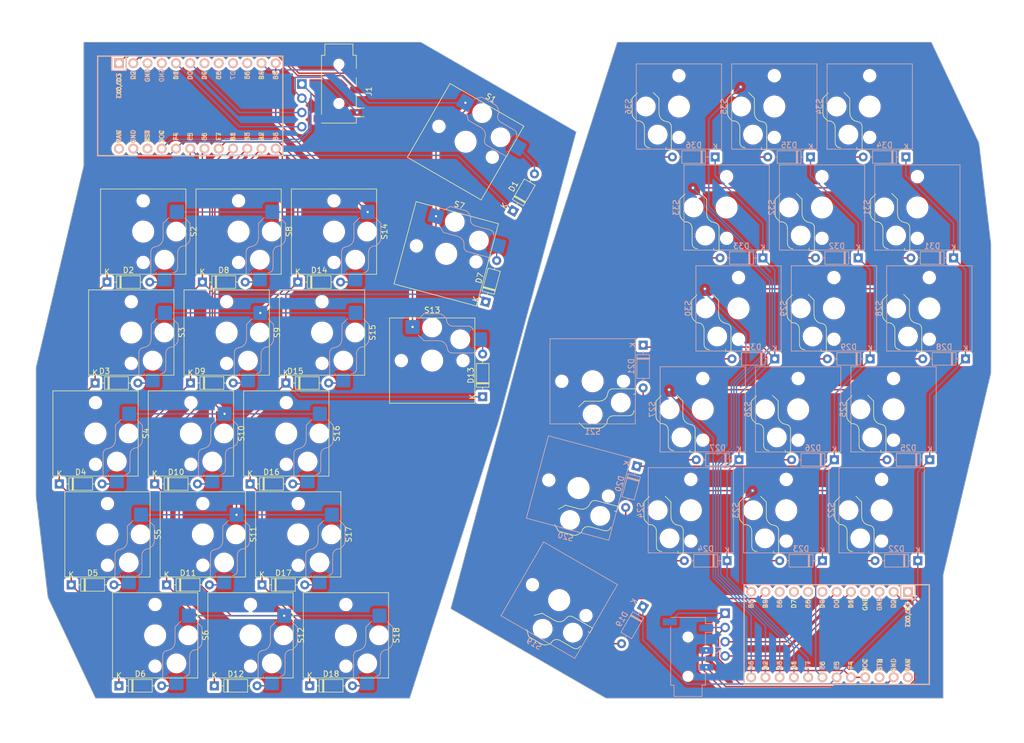
<source format=kicad_pcb>
(kicad_pcb (version 20221018) (generator pcbnew)
  (layers (0 "F.Cu" signal) (31 "B.Cu" signal) (34 "B.Paste" user) (35 "F.Paste" user) (36 "B.SilkS" user "B.Silkscreen") (37 "F.SilkS" user "F.Silkscreen") (38 "B.Mask" user) (39 "F.Mask" user) (44 "Edge.Cuts" user))
  (net 0 "")
  (net 1 "Row_0")
  (net 2 "Net-(D1-A)")
  (net 3 "Net-(D2-A)")
  (net 4 "Net-(D3-A)")
  (net 5 "Net-(D4-A)")
  (net 6 "Net-(D5-A)")
  (net 7 "Net-(D6-A)")
  (net 8 "Row_1")
  (net 9 "Net-(D7-A)")
  (net 10 "Net-(D8-A)")
  (net 11 "Net-(D9-A)")
  (net 12 "Net-(D10-A)")
  (net 13 "Net-(D11-A)")
  (net 14 "Net-(D12-A)")
  (net 15 "Row_2")
  (net 16 "Net-(D13-A)")
  (net 17 "Net-(D14-A)")
  (net 18 "Net-(D15-A)")
  (net 19 "Net-(D16-A)")
  (net 20 "Net-(D17-A)")
  (net 21 "Net-(D18-A)")
  (net 22 "Row_3")
  (net 23 "Col_0")
  (net 24 "Col_1")
  (net 25 "Col_2")
  (net 26 "Col_3")
  (net 27 "Col_4")
  (net 28 "Col_5")
  (net 29 "Net-(U1-RX1{slash}PD2)")
  (net 30 "Net-(U1-TX0{slash}PD3)")
  (net 32 "Net-(U2-RX1{slash}PD2)")
  (net 34 "Net-(D19-A)")
  (net 35 "Row_4")
  (net 36 "Net-(D20-A)")
  (net 37 "VCC_L")
  (net 40 "Row_5")
  (net 41 "Net-(D21-A)")
  (net 42 "Net-(D22-A)")
  (net 43 "Net-(D23-A)")
  (net 44 "Net-(D24-A)")
  (net 45 "Net-(D25-A)")
  (net 46 "Net-(D26-A)")
  (net 47 "Net-(D27-A)")
  (net 48 "Net-(D28-A)")
  (net 49 "Net-(D29-A)")
  (net 50 "Net-(D30-A)")
  (net 51 "Net-(D31-A)")
  (net 52 "Net-(D32-A)")
  (net 53 "Net-(D33-A)")
  (net 54 "Net-(D34-A)")
  (net 55 "Net-(D35-A)")
  (net 56 "Net-(D36-A)")
  (net 57 "GND_L")
  (net 58 "GND_R")
  (net 59 "Col_6")
  (net 60 "Col_7")
  (net 61 "Col_8")
  (net 62 "Col_9")
  (net 63 "Col_10")
  (net 64 "Col_11")
  (net 65 "Net-(J3-SCL)")
  (net 66 "Ind_R")
  (net 68 "Net-(J4-SCL)")
  (net 79 "Net-(J3-SDA)")
  (net 80 "Net-(J4-SDA)")
  (net 81 "Net-(U2-TX0{slash}PD3)")
  (footprint "ScottoKeebs_Components:Diode_DO-35" (layer "F.Cu") (at 107.19031 91.254052 90)
    (fp_text reference "D13")
    (fp_text value "Diode")
  )
  (footprint "ScottoKeebs_Components:Diode_DO-35" (layer "F.Cu") (at 31.740311 106.80405)
    (fp_text reference "D4")
    (fp_text value "Diode")
  )
  (footprint "Connector_Audio:Jack_3.5mm_PJ320D_Horizontal" (layer "F.Cu") (at 81.56531 36.725818 -90)
    (fp_text reference "J1")
    (fp_text value "AudioJack4")
  )
  (footprint "ScottoKeebs_Hotswap:Hotswap_Choc_V1_1.00u" (layer "F.Cu") (at 40.315311 115.80405 -90)
    (fp_text reference "S5")
    (fp_text value "Keyswitch")
  )
  (footprint "ScottoKeebs_Components:Diode_DO-35" (layer "F.Cu") (at 107.720889 74.323903 75)
    (fp_text reference "D7")
    (fp_text value "Diode")
  )
  (footprint "ScottoKeebs_Hotswap:Hotswap_Choc_V1_1.50u" (layer "F.Cu") (at 104.148891 45.772096 -30)
    (fp_text reference "S1")
    (fp_text value "Keyswitch")
  )
  (footprint "ScottoKeebs_Components:Diode_DO-35" (layer "F.Cu") (at 67.86531 124.804051)
    (fp_text reference "D17")
    (fp_text value "Diode")
  )
  (footprint "ScottoKeebs_Hotswap:Hotswap_Choc_V1_1.00u" (layer "F.Cu") (at 72.190311 97.80405 -90)
    (fp_text reference "S16")
    (fp_text value "Keyswitch")
  )
  (footprint "ScottoKeebs_Components:Diode_DO-35" (layer "F.Cu") (at 55.11531 88.80405)
    (fp_text reference "D9")
    (fp_text value "Diode")
  )
  (footprint "ScottoKeebs_Hotswap:Hotswap_Choc_V1_1.00u" (layer "F.Cu") (at 65.815311 133.804051 -90)
    (fp_text reference "S12")
    (fp_text value "Keyswitch")
  )
  (footprint "ScottoKeebs_Hotswap:Hotswap_Choc_V1_1.00u" (layer "F.Cu") (at 74.315311 115.80405 -90)
    (fp_text reference "S17")
    (fp_text value "Keyswitch")
  )
  (footprint "ScottoKeebs_Components:Diode_DO-35" (layer "F.Cu") (at 38.11531 88.804051)
    (fp_text reference "D3")
    (fp_text value "Diode")
  )
  (footprint "ScottoKeebs_Components:Diode_DO-35" (layer "F.Cu") (at 112.615234 58.107961 60)
    (fp_text reference "D1")
    (fp_text value "Diode")
  )
  (footprint "ScottoKeebs_Components:Diode_DO-35" (layer "F.Cu") (at 65.74031 106.80405)
    (fp_text reference "D16")
    (fp_text value "Diode")
  )
  (footprint "ScottoKeebs_Hotswap:Hotswap_Choc_V1_1.00u" (layer "F.Cu") (at 61.565311 79.804051 -90)
    (fp_text reference "S9")
    (fp_text value "Keyswitch")
  )
  (footprint "ScottoKeebs_Hotswap:Hotswap_Choc_V1_1.00u" (layer "F.Cu") (at 100.69694 65.76431 -15)
    (fp_text reference "S7")
    (fp_text value "Keyswitch")
  )
  (footprint "ScottoKeebs_Components:Diode_DO-35" (layer "F.Cu") (at 59.36531 142.80405)
    (fp_text reference "D12")
    (fp_text value "Diode")
  )
  (footprint "ScottoKeebs_Hotswap:Hotswap_Choc_V1_1.00u" (layer "F.Cu") (at 57.315311 115.80405 -90)
    (fp_text reference "S11")
    (fp_text value "Keyswitch")
  )
  (footprint "ScottoKeebs_MCU:Arduino_Pro_Micro" (layer "F.Cu") (at 169.012484 133.664051 -90)
    (fp_text reference "U2" hide)
    (fp_text value "Arduino_Pro_Micro" hide)
  )
  (footprint "ScottoKeebs_Components:Diode_DO-35" (layer "F.Cu") (at 76.36531 142.80405)
    (fp_text reference "D18")
    (fp_text value "Diode")
  )
  (footprint "ScottoKeebs_Hotswap:Hotswap_Choc_V1_1.00u" (layer "F.Cu") (at 44.565311 79.80405 -90)
    (fp_text reference "S3")
    (fp_text value "Keyswitch")
  )
  (footprint "ScottoKeebs_Hotswap:Hotswap_Choc_V1_1.00u" (layer "F.Cu") (at 80.690311 61.804051 -90)
    (fp_text reference "S14")
    (fp_text value "Keyswitch")
  )
  (footprint "ScottoKeebs_Components:OLED_128x32" (layer "F.Cu") (at 76.56531 45.275818 180)
    (fp_text reference "J3" hide)
    (fp_text value "OLED_128x32")
  )
  (footprint "ScottoKeebs_Components:Diode_DO-35" (layer "F.Cu") (at 57.24031 70.80405)
    (fp_text reference "D8")
    (fp_text value "Diode")
  )
  (footprint "ScottoKeebs_Components:Diode_DO-35" (layer "F.Cu") (at 50.86531 124.804051)
    (fp_text reference "D11")
    (fp_text value "Diode")
  )
  (footprint "ScottoKeebs_Components:Diode_DO-35" (layer "F.Cu") (at 48.740311 106.80405)
    (fp_text reference "D10")
    (fp_text value "Diode")
  )
  (footprint "ScottoKeebs_Components:Diode_DO-35" (layer "F.Cu") (at 72.11531 88.80405)
    (fp_text reference "D15")
    (fp_text value "Diode")
  )
  (footprint "ScottoKeebs_Hotswap:Hotswap_Choc_V1_1.00u" (layer "F.Cu") (at 98.190311 84.804051)
    (fp_text reference "S13")
    (fp_text value "Keyswitch")
  )
  (footprint "ScottoKeebs_Hotswap:Hotswap_Choc_V1_1.00u" (layer "F.Cu") (at 63.690311 61.804051 -90)
    (fp_text reference "S8")
    (fp_text value "Keyswitch")
  )
  (footprint "ScottoKeebs_Components:Diode_DO-35" (layer "F.Cu") (at 42.36531 142.804051)
    (fp_text reference "D6")
    (fp_text value "Diode")
  )
  (footprint "ScottoKeebs_Hotswap:Hotswap_Choc_V1_1.00u" (layer "F.Cu") (at 82.815311 133.804051 -90)
    (fp_text reference "S18")
    (fp_text value "Keyswitch")
  )
  (footprint "ScottoKeebs_Hotswap:Hotswap_Choc_V1_1.00u" (layer "F.Cu") (at 55.190311 97.80405 -90)
    (fp_text reference "S10")
    (fp_text value "Keyswitch")
  )
  (footprint "ScottoKeebs_Hotswap:Hotswap_Choc_V1_1.00u" (layer "F.Cu") (at 48.81531 133.804051 -90)
    (fp_text reference "S6")
    (fp_text value "Keyswitch")
  )
  (footprint "ScottoKeebs_Hotswap:Hotswap_Choc_V1_1.00u" (layer "F.Cu") (at 38.190311 97.80405 -90)
    (fp_text reference "S4")
    (fp_text value "Keyswitch")
  )
  (footprint "ScottoKeebs_Components:Diode_DO-35" (layer "F.Cu") (at 74.24031 70.80405)
    (fp_text reference "D14")
    (fp_text value "Diode")
  )
  (footprint "ScottoKeebs_Hotswap:Hotswap_Choc_V1_1.00u" (layer "F.Cu") (at 46.69031 61.804051 -90)
    (fp_text reference "S2")
    (fp_text value "Keyswitch")
  )
  (footprint "ScottoKeebs_Components:Diode_DO-35" (layer "F.Cu") (at 40.24031 70.804051)
    (fp_text reference "D2")
    (fp_text value "Diode")
  )
  (footprint "ScottoKeebs_Components:Diode_DO-35" (layer "F.Cu") (at 33.86531 124.804051)
    (fp_text reference "D5")
    (fp_text value "Diode")
  )
  (footprint "ScottoKeebs_Hotswap:Hotswap_Choc_V1_1.00u" (layer "F.Cu") (at 78.565311 79.804051 -90)
    (fp_text reference "S15")
    (fp_text value "Keyswitch")
  )
  (footprint "ScottoKeebs_Hotswap:Hotswap_Choc_V1_1.00u" (layer "B.Cu") (at 169.792484 75.495817 -90)
    (fp_text reference "S29")
    (fp_text value "Keyswitch")
  )
  (footprint "ScottoKeebs_Components:Diode_DO-35" (layer "B.Cu") (at 152.867484 102.495817 180)
    (fp_text reference "D27")
    (fp_text value "Diode")
  )
  (footprint "Connector_Audio:Jack_3.5mm_PJ320D_Horizontal" (layer "B.Cu") (at 143.792484 136.324051 90)
    (fp_text reference "J2")
    (fp_text value "AudioJack4")
  )
  (footprint "ScottoKeebs_Components:Diode_DO-35" (layer "B.Cu") (at 182.617484 48.495817 180)
    (fp_text reference "D34")
    (fp_text value "Diode")
  )
  (footprint "ScottoKeebs_Hotswap:Hotswap_Choc_V1_1.00u" (layer "B.Cu") (at 150.667484 57.495817 -90)
    (fp_text reference "S33")
    (fp_text value "Keyswitch")
  )
  (footprint "ScottoKeebs_Components:Diode_DO-35" (layer "B.Cu") (at 148.617484 48.495817 180)
    (fp_text reference "D36")
    (fp_text value "Diode")
  )
  (footprint "ScottoKeebs_Components:Diode_DO-35" (layer "B.Cu") (at 150.742484 120.495817 180)
    (fp_text reference "D24")
    (fp_text value "Diode")
  )
  (footprint "ScottoKeebs_Hotswap:Hotswap_Choc_V1_1.00u" (layer "B.Cu") (at 167.667484 57.495817 -90)
    (fp_text reference "S32")
    (fp_text value "Keyswitch")
  )
  (footprint "ScottoKeebs_Hotswap:Hotswap_Choc_V1_1.00u" (layer "B.Cu") (at 152.792484 75.495817 -90)
    (fp_text reference "S30")
    (fp_text value "Keyswitch")
  )
  (footprint "ScottoKeebs_Hotswap:Hotswap_Choc_V1_1.00u" (layer "B.Cu") (at 124.285855 107.535558 -15)
    (fp_text reference "S20")
    (fp_text value "Keyswitch")
  )
  (footprint "ScottoKeebs_Components:OLED_128x32" (layer "B.Cu") (at 148.792484 139.664051)
    (fp_text reference "J4" hide)
    (fp_text value "OLED_128x32")
  )
  (footprint "ScottoKeebs_Hotswap:Hotswap_Choc_V1_1.00u" (layer "B.Cu") (at 184.667484 57.495817 -90)
    (fp_text reference "S31")
    (fp_text value "Keyswitch")
  )
  (footprint "ScottoKeebs_Components:Diode_DO-35" (layer "B.Cu") (at 135.750248 128.691907 -120)
    (fp_text reference "D19")
    (fp_text value "Diode")
  )
  (footprint "ScottoKeebs_Hotswap:Hotswap_Choc_V1_1.00u" (layer "B.Cu") (at 176.167484 39.495817 -90)
    (fp_text reference "S34")
    (fp_text value "Keyswitch")
  )
  (footprint "ScottoKeebs_MCU:Arduino_Pro_Micro" (layer "B.Cu") (at 56.34531 39.385817 -90)
    (fp_text reference "U1" hide)
    (fp_text value "Arduino_Pro_Micro" hide)
  )
  (footprint "ScottoKeebs_Components:Diode_DO-35" (layer "B.Cu") (at 159.242484 84.495817 180)
    (fp_text reference "D30")
    (fp_text value "Diode")
  )
  (footprint "ScottoKeebs_Hotswap:Hotswap_Choc_V1_1.00u" (layer "B.Cu") (at 144.292484 111.495817 -90)
    (fp_text reference "S24")
    (fp_text value "Keyswitch")
  )
  (footprint "ScottoKeebs_Components:Diode_DO-35" (layer "B.Cu") (at 165.617484 48.495817 180)
    (fp_text reference "D35")
    (fp_text value "Diode")
  )
  (footprint "ScottoKeebs_Hotswap:Hotswap_Choc_V1_1.00u" (layer "B.Cu") (at 163.417484 93.495817 -90)
    (fp_text reference "S26")
    (fp_text value "Keyswitch")
  )
  (footprint "ScottoKeebs_Hotswap:Hotswap_Choc_V1_1.00u" (layer "B.Cu") (at 180.417484 93.495817 -90)
    (fp_text reference "S25")
    (fp_text value "Keyswitch")
  )
  (footprint "ScottoKeebs_Components:Diode_DO-35" (layer "B.Cu") (at 174.117484 66.495817 180)
    (fp_text reference "D32")
    (fp_text value "Diode")
  )
  (footprint "ScottoKeebs_Hotswap:Hotswap_Choc_V1_1.00u" (layer "B.Cu") (at 126.792484 88.495817)
    (fp_text reference "S21")
    (fp_text value "Keyswitch")
  )
  (footprint "ScottoKeebs_Components:Diode_DO-35" (layer "B.Cu") (at 157.117484 66.495817 180)
    (fp_text reference "D33")
    (fp_text value "Diode")
  )
  (footprint "ScottoKeebs_Components:Diode_DO-35" (layer "B.Cu") (at 184.742484 120.495817 180)
    (fp_text reference "D22")
    (fp_text value "Diode")
  )
  (footprint "ScottoKeebs_Components:Diode_DO-35" (layer "B.Cu") (at 193.242484 84.495817 180)
    (fp_text reference "D28")
    (fp_text value "Diode")
  )
  (footprint "ScottoKeebs_Components:Diode_DO-35" (layer "B.Cu") (at 191.117484 66.495817 180)
    (fp_text reference "D31")
    (fp_text value "Diode")
  )
  (footprint "ScottoKeebs_Hotswap:Hotswap_Choc_V1_1.00u" (layer "B.Cu") (at 159.167484 39.495817 -90)
    (fp_text reference "S35")
    (fp_text value "Keyswitch")
  )
  (footprint "ScottoKeebs_Components:Diode_DO-35" (layer "B.Cu") (at 135.792484 82.045817 -90)
    (fp_text reference "D21")
    (fp_text value "Diode")
  )
  (footprint "ScottoKeebs_Hotswap:Hotswap_Choc_V1_1.00u" (layer "B.Cu") (at 161.292484 111.495817 -90)
    (fp_text reference "S23")
    (fp_text value "Keyswitch")
  )
  (footprint "ScottoKeebs_Hotswap:Hotswap_Choc_V1_1.00u" (layer "B.Cu") (at 142.167484 39.495817 -90)
    (fp_text reference "S36")
    (fp_text value "Keyswitch")
  )
  (footprint "ScottoKeebs_Hotswap:Hotswap_Choc_V1_1.50u" (layer "B.Cu") (at 120.833904 127.527772 -30)
    (fp_text reference "S19")
    (fp_text value "Keyswitch")
  )
  (footprint "ScottoKeebs_Hotswap:Hotswap_Choc_V1_1.00u" (layer "B.Cu") (at 186.792484 75.495817 -90)
    (fp_text reference "S28")
    (fp_text value "Keyswitch")
  )
  (footprint "ScottoKeebs_Hotswap:Hotswap_Choc_V1_1.00u" (layer "B.Cu") (at 178.292484 111.495817 -90)
    (fp_text reference "S22")
    (fp_text value "Keyswitch")
  )
  (footprint "ScottoKeebs_Components:Diode_DO-35" (layer "B.Cu") (at 134.64857 103.634708 -105)
    (fp_text reference "D20")
    (fp_text value "Diode")
  )
  (footprint "ScottoKeebs_Components:Diode_DO-35" (layer "B.Cu") (at 186.867484 102.495817 180)
    (fp_text reference "D25")
    (fp_text value "Diode")
  )
  (footprint "ScottoKeebs_Components:Diode_DO-35" (layer "B.Cu") (at 176.242484 84.495817 180)
    (fp_text reference "D29")
    (fp_text value "Diode")
  )
  (footprint "ScottoKeebs_Hotswap:Hotswap_Choc_V1_1.00u" (layer "B.Cu") (at 146.417484 93.495817 -90)
    (fp_text reference "S27")
    (fp_text value "Keyswitch")
  )
  (footprint "ScottoKeebs_Components:Diode_DO-35" (layer "B.Cu") (at 169.867484 102.495817 180)
    (fp_text reference "D26")
    (fp_text value "Diode")
  )
  (footprint "ScottoKeebs_Components:Diode_DO-35" (layer "B.Cu") (at 167.742484 120.495817 180)
    (fp_text reference "D23")
    (fp_text value "Diode")
  )
  (gr_line (start 131.167483 27.995817) (end 115.292484 77.495817) (stroke (width 0.1)) (layer "Edge.Cuts"))
  (gr_line (start 187.167484 27.995817) (end 195.667484 45.995817) (stroke (width 0.1)) (layer "Edge.Cuts"))
  (gr_line (start 94.190311 145.054051) (end 110.06531 95.554051) (stroke (width 0.1)) (layer "Edge.Cuts"))
  (gr_line (start 115.292484 77.495817) (end 101.477498 129.054051) (stroke (width 0.1)) (layer "Edge.Cuts"))
  (gr_line (start 110.06531 95.554051) (end 123.880296 43.995817) (stroke (width 0.1)) (layer "Edge.Cuts"))
  (gr_line (start 189.292484 145.054051) (end 129.190311 145.054051) (stroke (width 0.1)) (layer "Edge.Cuts"))
  (gr_line (start 197.792483 63.995818) (end 197.792483 86.995818) (stroke (width 0.1)) (layer "Edge.Cuts"))
  (gr_line (start 101.477498 129.054051) (end 129.190311 145.054051) (stroke (width 0.1)) (layer "Edge.Cuts"))
  (gr_line (start 131.167483 27.995817) (end 187.167484 27.995817) (stroke (width 0.1)) (layer "Edge.Cuts"))
  (gr_line (start 27.565311 86.05405) (end 36.06531 50.054051) (stroke (width 0.1)) (layer "Edge.Cuts"))
  (gr_line (start 36.06531 27.995817) (end 96.167483 27.995817) (stroke (width 0.1)) (layer "Edge.Cuts"))
  (gr_line (start 197.792483 86.995818) (end 189.292484 122.995817) (stroke (width 0.1)) (layer "Edge.Cuts"))
  (gr_line (start 189.292484 122.995817) (end 189.292484 145.054051) (stroke (width 0.1)) (layer "Edge.Cuts"))
  (gr_line (start 27.565311 109.05405) (end 27.565311 86.05405) (stroke (width 0.1)) (layer "Edge.Cuts"))
  (gr_line (start 29.69031 127.054051) (end 27.565311 109.05405) (stroke (width 0.1)) (layer "Edge.Cuts"))
  (gr_line (start 94.190311 145.054051) (end 38.19031 145.054051) (stroke (width 0.1)) (layer "Edge.Cuts"))
  (gr_line (start 195.667484 45.995817) (end 197.792483 63.995818) (stroke (width 0.1)) (layer "Edge.Cuts"))
  (gr_line (start 36.06531 50.054051) (end 36.06531 27.995817) (stroke (width 0.1)) (layer "Edge.Cuts"))
  (gr_line (start 123.880296 43.995817) (end 96.167483 27.995817) (stroke (width 0.1)) (layer "Edge.Cuts"))
  (gr_line (start 38.19031 145.054051) (end 29.69031 127.054051) (stroke (width 0.1)) (layer "Edge.Cuts"))
  (segment (start 42.36531 133.304051) (end 33.86531 124.804051) (width 0.25) (layer "F.Cu") (net 1))
  (segment (start 38.11531 72.929051) (end 40.24031 70.804051) (width 0.25) (layer "F.Cu") (net 1))
  (segment (start 55.07531 50.449203) (end 55.07531 47.005817) (width 0.25) (layer "F.Cu") (net 1))
  (segment (start 40.24031 65.284203) (end 55.07531 50.449203) (width 0.25) (layer "F.Cu") (net 1))
  (segment (start 33.86531 108.929049) (end 31.740311 106.80405) (width 0.25) (layer "F.Cu") (net 1))
  (segment (start 31.740311 106.80405) (end 31.740311 95.17905) (width 0.25) (layer "F.Cu") (net 1))
  (segment (start 38.11531 88.804051) (end 38.11531 72.929051) (width 0.25) (layer "F.Cu") (net 1))
  (segment (start 40.24031 70.804051) (end 40.24031 65.284203) (width 0.25) (layer "F.Cu") (net 1))
  (segment (start 42.36531 142.804051) (end 42.36531 133.304051) (width 0.25) (layer "F.Cu") (net 1))
  (segment (start 33.86531 124.804051) (end 33.86531 108.929049) (width 0.25) (layer "F.Cu") (net 1))
  (segment (start 31.740311 95.17905) (end 38.11531 88.804051) (width 0.25) (layer "F.Cu") (net 1))
  (segment (start 56.27661 48.207117) (end 55.07531 47.005817) (width 0.25) (layer "B.Cu") (net 1))
  (segment (start 102.71439 48.207117) (end 56.27661 48.207117) (width 0.25) (layer "B.Cu") (net 1))
  (segment (start 112.615234 58.107961) (end 102.71439 48.207117) (width 0.25) (layer "B.Cu") (net 1))
  (segment (start 116.425234 49.746326) (end 113.410107 46.731199) (width 0.25) (layer "B.Cu") (net 2))
  (segment (start 116.425234 51.508847) (end 116.425234 49.746326) (width 0.25) (layer "B.Cu") (net 2))
  (segment (start 47.86031 70.804051) (end 49.99031 70.804051) (width 0.25) (layer "B.Cu") (net 3))
  (segment (start 49.99031 70.804051) (end 50.49031 70.304051) (width 0.25) (layer "B.Cu") (net 3))
  (segment (start 45.73531 88.804051) (end 47.86531 88.804051) (width 0.25) (layer "B.Cu") (net 4))
  (segment (start 47.86531 88.804051) (end 48.365311 88.30405) (width 0.25) (layer "B.Cu") (net 4))
  (segment (start 41.990311 106.30405) (end 41.490311 106.80405) (width 0.25) (layer "B.Cu") (net 5))
  (segment (start 41.490311 106.80405) (end 39.360311 106.80405) (width 0.25) (layer "B.Cu") (net 5))
  (segment (start 43.61531 124.804051) (end 44.115311 124.30405) (width 0.25) (layer "B.Cu") (net 6))
  (segment (start 41.48531 124.804051) (end 43.61531 124.804051) (width 0.25) (layer "B.Cu") (net 6))
  (segment (start 49.98531 142.804051) (end 52.11531 142.804051) (width 0.25) (layer "B.Cu") (net 7))
  (segment (start 52.11531 142.804051) (end 52.61531 142.304051) (width 0.25) (layer "B.Cu") (net 7))
  (segment (start 59.36531 142.80405) (end 59.36531 133.304051) (width 0.25) (layer "F.Cu") (net 8))
  (segment (start 50.86531 108.929049) (end 48.740311 106.80405) (width 0.25) (layer "F.Cu") (net 8))
  (segment (start 55.11531 88.80405) (end 55.11531 72.92905) (width 0.25) (layer "F.Cu") (net 8))
  (segment (start 48.740311 95.179049) (end 55.11531 88.80405) (width 0.25) (layer "F.Cu") (net 8))
  (segment (start 55.11531 72.92905) (end 57.24031 70.80405) (width 0.25) (layer "F.Cu") (net 8))
  (segment (start 48.740311 106.80405) (end 48.740311 95.179049) (width 0.25) (layer "F.Cu") (net 8))
  (segment (start 50.86531 124.804051) (end 50.86531 108.929049) (width 0.25) (layer "F.Cu") (net 8))
  (segment (start 59.36531 133.304051) (end 50.86531 124.804051) (width 0.25) (layer "F.Cu") (net 8))
  (segment (start 57.24031 70.80405) (end 57.24031 47.380817) (width 0.25) (layer "F.Cu") (net 8))
  (segment (start 57.24031 47.380817) (end 57.61531 47.005817) (width 0.25) (layer "F.Cu") (net 8))
  (segment (start 59.415311 72.979051) (end 57.24031 70.80405) (width 0.25) (layer "B.Cu") (net 8))
  (segment (start 106.376037 72.979051) (end 59.415311 72.979051) (width 0.25) (layer "B.Cu") (net 8))
  (segment (start 107.720889 74.323903) (end 106.376037 72.979051) (width 0.25) (layer "B.Cu") (net 8))
  (segment (start 109.69309 66.963548) (end 109.69309 64.491486) (width 0.25) (layer "B.Cu") (net 9))
  (segment (start 109.69309 64.491486) (end 109.890822 64.293754) (width 0.25) (layer "B.Cu") (net 9))
  (segment (start 64.86031 70.80405) (end 66.990312 70.80405) (width 0.25) (layer "B.Cu") (net 10))
  (segment (start 66.990312 70.80405) (end 67.490311 70.304051) (width 0.25) (layer "B.Cu") (net 10))
  (segment (start 64.865312 88.80405) (end 65.365311 88.304051) (width 0.25) (layer "B.Cu") (net 11))
  (segment (start 62.73531 88.80405) (end 64.865312 88.80405) (width 0.25) (layer "B.Cu") (net 11))
  (segment (start 58.490311 106.80405) (end 58.990311 106.30405) (width 0.25) (layer "B.Cu") (net 12))
  (segment (start 56.360311 106.80405) (end 58.490311 106.80405) (width 0.25) (layer "B.Cu") (net 12))
  (segment (start 60.61531 124.804051) (end 61.115311 124.30405) (width 0.25) (layer "B.Cu") (net 13))
  (segment (start 58.48531 124.804051) (end 60.61531 124.804051) (width 0.25) (layer "B.Cu") (net 13))
  (segment (start 69.115312 142.80405) (end 69.615311 142.304051) (width 0.25) (layer "B.Cu") (net 14))
  (segment (start 66.98531 142.80405) (end 69.115312 142.80405) (width 0.25) (layer "B.Cu") (net 14))
  (segment (start 65.74031 95.17905) (end 72.11531 88.80405) (width 0.25) (layer "F.Cu") (net 15))
  (segment (start 67.86531 108.92905) (end 65.74031 106.80405) (width 0.25) (layer "F.Cu") (net 15))
  (segment (start 72.11531 88.80405) (end 72.11531 72.92905) (width 0.25) (layer "F.Cu") (net 15))
  (segment (start 70.812905 45.804517) (end 61.35661 45.804517) (width 0.25) (layer "F.Cu") (net 15))
  (segment (start 61.35661 45.804517) (end 60.15531 47.005817) (width 0.25) (layer "F.Cu") (net 15))
  (segment (start 74.24031 49.231922) (end 70.812905 45.804517) (width 0.25) (layer "F.Cu") (net 15))
  (segment (start 65.74031 106.80405) (end 65.74031 95.17905) (width 0.25) (layer "F.Cu") (net 15))
  (segment (start 76.36531 133.304051) (end 67.86531 124.804051) (width 0.25) (layer "F.Cu") (net 15))
  (segment (start 76.36531 142.80405) (end 76.36531 133.304051) (width 0.25) (layer "F.Cu") (net 15))
  (segment (start 72.11531 72.92905) (end 74.24031 70.80405) (width 0.25) (layer "F.Cu") (net 15))
  (segment (start 74.24031 70.80405) (end 74.24031 49.231922) (width 0.25) (layer "F.Cu") (net 15))
  (segment (start 67.86531 124.804051) (end 67.86531 108.92905) (width 0.25) (layer "F.Cu") (net 15))
  (segment (start 107.19031 91.254052) (end 74.565312 91.254052) (width 0.25) (layer "B.Cu") (net 15))
  (segment (start 74.565312 91.254052) (end 72.11531 88.80405) (width 0.25) (layer "B.Cu") (net 15))
  (segment (start 107.19031 81.50405) (end 106.690311 81.004051) (width 0.25) (layer "B.Cu") (net 16))
  (segment (start 107.19031 83.634052) (end 107.19031 81.50405) (width 0.25) (layer "B.Cu") (net 16))
  (segment (start 81.86031 70.80405) (end 83.990312 70.80405) (width 0.25) (layer "B.Cu") (net 17))
  (segment (start 83.990312 70.80405) (end 84.490311 70.304051) (width 0.25) (layer "B.Cu") (net 17))
  (segment (start 81.865312 88.80405) (end 82.365311 88.304051) (width 0.25) (layer "B.Cu") (net 18))
  (segment (start 79.73531 88.80405) (end 81.865312 88.80405) (width 0.25) (layer "B.Cu") (net 18))
  (segment (start 75.490311 106.80405) (end 75.990311 106.30405) (width 0.25) (layer "B.Cu") (net 19))
  (segment (start 73.36031 106.80405) (end 75.490311 106.80405) (width 0.25) (layer "B.Cu") (net 19))
  (segment (start 75.48531 124.804051) (end 77.61531 124.804051) (width 0.25) (layer "B.Cu") (net 20))
  (segment (start 77.61531 124.804051) (end 78.115311 124.30405) (width 0.25) (layer "B.Cu") (net 20))
  (segment (start 86.115312 142.80405) (end 86.615311 142.304051) (width 0.25) (layer "B.Cu") (net 21))
  (segment (start 83.98531 142.80405) (end 86.115312 142.80405) (width 0.25) (layer "B.Cu") (net 21))
  (segment (start 186.867484 90.870817) (end 193.242484 84.495817) (width 0.25) (layer "B.Cu") (net 22))
  (segment (start 186.867484 102.495817) (end 186.867484 90.870817) (width 0.25) (layer "B.Cu") (net 22))
  (segment (start 169.081184 142.485351) (end 170.282484 141.284051) (width 0.25) (layer "B.Cu") (net 22))
  (segment (start 182.617484 51.81965) (end 182.617484 48.495817) (width 0.25) (layer "B.Cu") (net 22))
  (segment (start 191.117484 66.495817) (end 191.117484 60.31965) (width 0.25) (layer "B.Cu") (net 22))
  (segment (start 184.742484 120.495817) (end 184.742484 126.824051) (width 0.25) (layer "B.Cu") (net 22))
  (segment (start 143.587794 142.485351) (end 169.081184 142.485351) (width 0.25) (layer "B.Cu") (net 22))
  (segment (start 191.117484 60.31965) (end 182.617484 51.81965) (width 0.25) (layer "B.Cu") (net 22))
  (segment (start 184.742484 104.620817) (end 186.867484 102.495817) (width 0.25) (layer "B.Cu") (net 22))
  (segment (start 184.742484 126.824051) (end 170.282484 141.284051) (width 0.25) (layer "B.Cu") (net 22))
  (segment (start 184.742484 120.495817) (end 184.742484 104.620817) (width 0.25) (layer "B.Cu") (net 22))
  (segment (start 193.242484 68.620817) (end 191.117484 66.495817) (width 0.25) (layer "B.Cu") (net 22))
  (segment (start 193.242484 84.495817) (end 193.242484 68.620817) (width 0.25) (layer "B.Cu") (net 22))
  (segment (start 135.750248 134.647805) (end 143.587794 142.485351) (width 0.25) (layer "B.Cu") (net 22))
  (segment (start 135.750248 128.691907) (end 135.750248 134.647805) (width 0.25) (layer "B.Cu") (net 22))
  (segment (start 98.869114 62.729872) (end 94.690311 66.908675) (width 0.25) (layer "F.Cu") (net 23))
  (segment (start 104.117802 38.825944) (end 104.117802 40.163878) (width 0.25) (layer "F.Cu") (net 23))
  (segment (start 94.690311 66.908675) (end 94.690311 78.804051) (width 0.25) (layer "F.Cu") (net 23))
  (segment (start 98.869114 45.412566) (end 98.869114 59.062888) (width 0.25) (layer "F.Cu") (net 23))
  (segment (start 98.869114 59.062888) (end 98.869114 62.729872) (width 0.25) (layer "F.Cu") (net 23))
  (segment (start 104.117802 40.163878) (end 98.869114 45.412566) (width 0.25) (layer "F.Cu") (net 23))
  (via (at 94.690311 78.804051) (size 0.8) (drill 0.4) (layers "F.Cu" "B.Cu") (net 23))
  (via (at 104.117802 38.825944) (size 0.8) (drill 0.4) (layers "F.Cu" "B.Cu") (net 23))
  (via (at 98.869114 59.062888) (size 0.8) (drill 0.4) (layers "F.Cu" "B.Cu") (net 23))
  (segment (start 86.849446 38.825944) (end 80.990619 32.967117) (width 0.25) (layer "B.Cu") (net 23))
  (segment (start 68.97661 32.967117) (end 67.77531 31.765817) (width 0.25) (layer "B.Cu") (net 23))
  (segment (start 104.117802 38.825944) (end 86.849446 38.825944) (width 0.25) (layer "B.Cu") (net 23))
  (segment (start 80.990619 32.967117) (end 68.97661 32.967117) (width 0.25) (layer "B.Cu") (net 23))
  (segment (start 70.31531 41.92905) (end 86.690311 58.304051) (width 0.25) (layer "F.Cu") (net 24))
  (segment (start 70.31531 31.765817) (end 70.31531 41.92905) (width 0.25) (layer "F.Cu") (net 24))
  (via (at 86.690311 58.304051) (size 0.8) (drill 0.4) (layers "F.Cu" "B.Cu") (net 24))
  (segment (start 52.69031 58.304051) (end 69.690311 58.304051) (width 0.25) (layer "B.Cu") (net 24))
  (segment (start 69.690311 58.304051) (end 86.690311 58.304051) (width 0.25) (layer "B.Cu") (net 24))
  (segment (start 71.490311 48.180818) (end 71.490311 72.379051) (width 0.25) (layer "F.Cu") (net 25))
  (segment (start 70.31531 47.005817) (end 71.490311 48.180818) (width 0.25) (layer "F.Cu") (net 25))
  (segment (start 71.490311 72.379051) (end 67.565311 76.304051) (width 0.25) (layer "F.Cu") (net 25))
  (via (at 67.565311 76.304051) (size 0.8) (drill 0.4) (layers "F.Cu" "B.Cu") (net 25))
  (segment (start 50.565311 76.30405) (end 67.56531 76.30405) (width 0.25) (layer "B.Cu") (net 25))
  (segment (start 67.56531 76.30405) (end 67.565311 76.304051) (width 0.25) (layer "B.Cu") (net 25))
  (segment (start 67.565311 76.304051) (end 84.565311 76.304051) (width 0.25) (layer "B.Cu") (net 25))
  (segment (start 67.77531 47.005817) (end 59.465311 55.315816) (width 0.25) (layer "F.Cu") (net 26))
  (segment (start 59.465311 55.315816) (end 59.465311 92.57905) (width 0.25) (layer "F.Cu") (net 26))
  (segment (start 59.465311 92.57905) (end 61.190311 94.30405) (width 0.25) (layer "F.Cu") (net 26))
  (via (at 61.190311 94.30405) (size 0.8) (drill 0.4) (layers "F.Cu" "B.Cu") (net 26))
  (segment (start 44.190311 94.30405) (end 61.190311 94.30405) (width 0.25) (layer "B.Cu") (net 26))
  (segment (start 78.190311 94.30405) (end 61.190311 94.30405) (width 0.25) (layer "B.Cu") (net 26))
  (segment (start 65.23531 47.005817) (end 59.015311 53.225816) (width 0.25) (layer "F.Cu") (net 27))
  (segment (start 59.015311 100.142044) (end 63.315311 104.442044) (width 0.25) (layer "F.Cu") (net 27))
  (segment (start 63.315311 104.442044) (end 63.315311 112.30405) (width 0.25) (layer "F.Cu") (net 27))
  (segment (start 59.015311 53.225816) (end 59.015311 100.142044) (width 0.25) (layer "F.Cu") (net 27))
  (via (at 63.315311 112.30405) (size 0.8) (drill 0.4) (layers "F.Cu" "B.Cu") (net 27))
  (segment (start 80.315311 112.30405) (end 63.315311 112.30405) (width 0.25) (layer "B.Cu") (net 27))
  (segment (start 63.315311 112.30405) (end 46.315311 112.30405) (width 0.25) (layer "B.Cu") (net 27))
  (segment (start 53.090311 96.277883) (end 53.090311 121.000043) (width 0.25) (layer "F.Cu") (net 28))
  (segment (start 62.394319 130.304051) (end 71.815311 130.304051) (width 0.25) (layer "F.Cu") (net 28))
  (segment (start 62.69531 47.005817) (end 61.49401 48.207117) (width 0.25) (layer "F.Cu") (net 28))
  (segment (start 58.565311 90.802883) (end 53.090311 96.277883) (width 0.25) (layer "F.Cu") (net 28))
  (segment (start 58.565311 50.294711) (end 58.565311 90.802883) (width 0.25) (layer "F.Cu") (net 28))
  (segment (start 53.090311 121.000043) (end 62.394319 130.304051) (width 0.25) (layer "F.Cu") (net 28))
  (segment (start 60.652905 48.207117) (end 58.565311 50.294711) (width 0.25) (layer "F.Cu") (net 28))
  (segment (start 61.49401 48.207117) (end 60.652905 48.207117) (width 0.25) (layer "F.Cu") (net 28))
  (via (at 71.815311 130.304051) (size 0.8) (drill 0.4) (layers "F.Cu" "B.Cu") (net 28))
  (segment (start 71.815311 130.304051) (end 54.81531 130.304051) (width 0.25) (layer "B.Cu") (net 28))
  (segment (start 88.815311 130.304051) (end 71.815311 130.304051) (width 0.25) (layer "B.Cu") (net 28))
  (segment (start 46.16531 30.515817) (end 44.91531 31.765817) (width 0.25) (layer "F.Cu") (net 29))
  (segment (start 82.26531 34.000818) (end 74.249206 34.000818) (width 0.25) (layer "F.Cu") (net 29))
  (segment (start 74.249206 34.000818) (end 70.764205 30.515817) (width 0.25) (layer "F.Cu") (net 29))
  (segment (start 84.81531 36.550818) (end 82.26531 34.000818) (width 0.25) (layer "F.Cu") (net 29))
  (segment (start 70.764205 30.515817) (end 46.16531 30.515817) (width 0.25) (layer "F.Cu") (net 29))
  (segment (start 70.950601 30.065817) (end 44.07531 30.065817) (width 0.25) (layer "F.Cu") (net 30))
  (segment (start 74.435602 33.550818) (end 70.950601 30.065817) (width 0.25) (layer "F.Cu") (net 30))
  (segment (start 84.81531 33.550818) (end 85.160309 33.895817) (width 0.25) (layer "F.Cu") (net 30))
  (segment (start 84.81531 33.550818) (end 74.435602 33.550818) (width 0.25) (layer "F.Cu") (net 30))
  (segment (start 44.07531 30.065817) (end 42.37531 31.765817) (width 0.25) (layer "F.Cu") (net 30))
  (segment (start 183.030079 142.935351) (end 184.183784 141.781646) (width 0.25) (layer "F.Cu") (net 32))
  (segment (start 147.042484 139.499051) (end 150.478784 142.935351) (width 0.25) (layer "F.Cu") (net 32))
  (segment (start 150.478784 142.935351) (end 183.030079 142.935351) (width 0.25) (layer "F.Cu") (net 32))
  (segment (start 184.183784 141.781646) (end 184.183784 129.785351) (width 0.25) (layer "F.Cu") (net 32))
  (segment (start 184.183784 129.785351) (end 180.442484 126.044051) (width 0.25) (layer "F.Cu") (net 32))
  (via (at 147.042484 139.499051) (size 0.8) (drill 0.4) (layers "F.Cu" "B.Cu") (net 32))
  (segment (start 126.29512 135.068669) (end 126.517472 135.291021) (width 0.25) (layer "F.Cu") (net 34))
  (segment (start 126.517472 135.291021) (end 131.940248 135.291021) (width 0.25) (layer "F.Cu") (net 34))
  (segment (start 168.728593 103.634708) (end 169.867484 102.495817) (width 0.25) (layer "F.Cu") (net 35))
  (segment (start 134.64857 103.634708) (end 168.728593 103.634708) (width 0.25) (layer "F.Cu") (net 35))
  (segment (start 169.867484 90.870817) (end 176.242484 84.495817) (width 0.25) (layer "B.Cu") (net 35))
  (segment (start 167.742484 120.495817) (end 167.742484 104.620817) (width 0.25) (layer "B.Cu") (net 35))
  (segment (start 167.742484 120.495817) (end 166.541184 121.697117) (width 0.25) (layer "B.Cu") (net 35))
  (segment (start 167.742484 104.620817) (end 169.867484 102.495817) (width 0.25) (layer "B.Cu") (net 35))
  (segment (start 169.867484 102.495817) (end 169.867484 90.870817) (width 0.25) (layer "B.Cu") (net 35))
  (segment (start 166.541184 121.697117) (end 166.541184 140.082751) (width 0.25) (layer "B.Cu") (net 35))
  (segment (start 174.117484 66.495817) (end 174.117484 60.31965) (width 0.25) (layer "B.Cu") (net 35))
  (segment (start 166.541184 140.082751) (end 167.742484 141.284051) (width 0.25) (layer "B.Cu") (net 35))
  (segment (start 165.617484 51.81965) (end 165.617484 48.495817) (width 0.25) (layer "B.Cu") (net 35))
  (segment (start 176.242484 84.495817) (end 176.242484 68.620817) (width 0.25) (layer "B.Cu") (net 35))
  (segment (start 176.242484 68.620817) (end 174.117484 66.495817) (width 0.25) (layer "B.Cu") (net 35))
  (segment (start 174.117484 60.31965) (end 165.617484 51.81965) (width 0.25) (layer "B.Cu") (net 35))
  (segment (start 132.676369 112.242381) (end 131.512712 113.406038) (width 0.25) (layer "F.Cu") (net 36))
  (segment (start 132.676369 110.995063) (end 132.676369 112.242381) (width 0.25) (layer "F.Cu") (net 36))
  (via (at 84.81531 40.550818) (size 0.8) (drill 0.4) (layers "F.Cu" "B.Cu") (net 37))
  (segment (start 78.56531 34.300818) (end 84.81531 40.550818) (width 0.25) (layer "B.Cu") (net 37))
  (segment (start 51.64661 45.354517) (end 49.99531 47.005817) (width 0.25) (layer "B.Cu") (net 37))
  (segment (start 74.96531 38.015818) (end 73.79031 36.840818) (width 0.25) (layer "B.Cu") (net 37))
  (segment (start 74.96531 38.015818) (end 76.14031 39.190818) (width 0.25) (layer "B.Cu") (net 37))
  (segment (start 76.14031 43.582519) (end 74.368312 45.354517) (width 0.25) (layer "B.Cu") (net 37))
  (segment (start 73.79031 34.300818) (end 78.56531 34.300818) (width 0.25) (layer "B.Cu") (net 37))
  (segment (start 76.14031 39.190818) (end 76.14031 43.582519) (width 0.25) (layer "B.Cu") (net 37))
  (segment (start 73.79031 36.840818) (end 73.79031 34.300818) (width 0.25) (layer "B.Cu") (net 37))
  (segment (start 74.368312 45.354517) (end 51.64661 45.354517) (width 0.25) (layer "B.Cu") (net 37))
  (segment (start 136.142484 82.395817) (end 157.142484 82.395817) (width 0.25) (layer "F.Cu") (net 40))
  (segment (start 135.792484 82.045817) (end 136.142484 82.395817) (width 0.25) (layer "F.Cu") (net 40))
  (segment (start 157.142484 82.395817) (end 159.242484 84.495817) (width 0.25) (layer "F.Cu") (net 40))
  (segment (start 157.117484 60.31965) (end 148.617484 51.81965) (width 0.25) (layer "B.Cu") (net 40))
  (segment (start 150.742484 104.620817) (end 152.867484 102.495817) (width 0.25) (layer "B.Cu") (net 40))
  (segment (start 150.742484 120.495817) (end 150.742484 104.620817) (width 0.25) (layer "B.Cu") (net 40))
  (segment (start 165.202484 141.284051) (end 165.202484 137.902946) (width 0.25) (layer "B.Cu") (net 40))
  (segment (start 148.617484 51.81965) (end 148.617484 48.495817) (width 0.25) (layer "B.Cu") (net 40))
  (segment (start 159.242484 68.620817) (end 157.117484 66.495817) (width 0.25) (layer "B.Cu") (net 40))
  (segment (start 152.867484 90.870817) (end 159.242484 84.495817) (width 0.25) (layer "B.Cu") (net 40))
  (segment (start 165.202484 137.902946) (end 150.742484 123.442946) (width 0.25) (layer "B.Cu") (net 40))
  (segment (start 150.742484 123.442946) (end 150.742484 120.495817) (width 0.25) (layer "B.Cu") (net 40))
  (segment (start 159.242484 84.495817) (end 159.242484 68.620817) (width 0.25) (layer "B.Cu") (net 40))
  (segment (start 152.867484 102.495817) (end 152.867484 90.870817) (width 0.25) (layer "B.Cu") (net 40))
  (segment (start 157.117484 66.495817) (end 157.117484 60.31965) (width 0.25) (layer "B.Cu") (net 40))
  (segment (start 135.792484 89.665817) (end 135.792484 91.795817) (width 0.25) (layer "F.Cu") (net 41))
  (segment (start 135.792484 91.795817) (end 135.292484 92.295817) (width 0.25) (layer "F.Cu") (net 41))
  (segment (start 174.492484 119.995817) (end 174.992484 120.495817) (width 0.25) (layer "F.Cu") (net 42))
  (segment (start 174.992484 120.495817) (end 177.122484 120.495817) (width 0.25) (layer "F.Cu") (net 42))
  (segment (start 157.992484 120.495817) (end 160.122484 120.495817) (width 0.25) (layer "F.Cu") (net 43))
  (segment (start 157.492484 119.995817) (end 157.992484 120.495817) (width 0.25) (layer "F.Cu") (net 43))
  (segment (start 140.492484 119.995817) (end 140.992484 120.495817) (width 0.25) (layer "F.Cu") (net 44))
  (segment (start 140.992484 120.495817) (end 143.122484 120.495817) (width 0.25) (layer "F.Cu") (net 44))
  (segment (start 177.117484 102.495817) (end 179.247484 102.495817) (width 0.25) (layer "F.Cu") (net 45))
  (segment (start 176.617484 101.995817) (end 177.117484 102.495817) (width 0.25) (layer "F.Cu") (net 45))
  (segment (start 159.617484 101.995817) (end 160.117484 102.495817) (width 0.25) (layer "F.Cu") (net 46))
  (segment (start 160.117484 102.495817) (end 162.247484 102.495817) (width 0.25) (layer "F.Cu") (net 46))
  (segment (start 142.617484 101.995817) (end 143.117484 102.495817) (width 0.25) (layer "F.Cu") (net 47))
  (segment (start 143.117484 102.495817) (end 145.247484 102.495817) (width 0.25) (layer "F.Cu") (net 47))
  (segment (start 183.492484 84.495817) (end 185.622484 84.495817) (width 0.25) (layer "F.Cu") (net 48))
  (segment (start 182.992484 83.995817) (end 183.492484 84.495817) (width 0.25) (layer "F.Cu") (net 48))
  (segment (start 166.492484 84.495817) (end 168.622484 84.495817) (width 0.25) (layer "F.Cu") (net 49))
  (segment (start 165.992484 83.995817) (end 166.492484 84.495817) (width 0.25) (layer "F.Cu") (net 49))
  (segment (start 148.992484 83.995817) (end 149.492484 84.495817) (width 0.25) (layer "F.Cu") (net 50))
  (segment (start 149.492484 84.495817) (end 151.622484 84.495817) (width 0.25) (layer "F.Cu") (net 50))
  (segment (start 180.867484 65.995817) (end 181.367484 66.495817) (width 0.25) (layer "F.Cu") (net 51))
  (segment (start 181.367484 66.495817) (end 183.497484 66.495817) (width 0.25) (layer "F.Cu") (net 51))
  (segment (start 163.867484 65.995817) (end 164.367484 66.495817) (width 0.25) (layer "F.Cu") (net 52))
  (segment (start 164.367484 66.495817) (end 166.497484 66.495817) (width 0.25) (layer "F.Cu") (net 52))
  (segment (start 147.367484 66.495817) (end 149.497484 66.495817) (width 0.25) (layer "F.Cu") (net 53))
  (segment (start 146.867484 65.995817) (end 147.367484 66.495817) (width 0.25) (layer "F.Cu") (net 53))
  (segment (start 172.867484 48.495817) (end 174.997484 48.495817) (width 0.25) (layer "F.Cu") (net 54))
  (segment (start 172.367484 47.995817) (end 172.867484 48.495817) (width 0.25) (layer "F.Cu") (net 54))
  (segment (start 155.367484 47.995817) (end 155.867484 48.495817) (width 0.25) (layer "F.Cu") (net 55))
  (segment (start 155.867484 48.495817) (end 157.997484 48.495817) (width 0.25) (layer "F.Cu") (net 55))
  (segment (start 138.367484 47.995817) (end 138.867484 48.495817) (width 0.25) (layer "F.Cu") (net 56))
  (segment (start 138.867484 48.495817) (end 140.997484 48.495817) (width 0.25) (layer "F.Cu") (net 56))
  (segment (start 78.31531 38.825818) (end 74.96531 35.475818) (width 0.25) (layer "F.Cu") (net 57))
  (segment (start 78.31531 41.650818) (end 78.31531 38.825818) (width 0.25) (layer "F.Cu") (net 57))
  (segment (start 53.73661 45.804517) (end 52.53531 47.005817) (width 0.25) (layer "B.Cu") (net 57))
  (segment (start 74.96531 35.475818) (end 76.59031 37.100818) (width 0.25) (layer "B.Cu") (net 57))
  (segment (start 74.554708 45.804517) (end 53.73661 45.804517) (width 0.25) (layer "B.Cu") (net 57))
  (segment (start 44.91531 47.005817) (end 46.11661 48.207117) (width 0.25) (layer "B.Cu") (net 57))
  (segment (start 51.33401 48.207117) (end 52.53531 47.005817) (width 0.25) (layer "B.Cu") (net 57))
  (segment (start 76.59031 37.100818) (end 76.59031 43.768915) (width 0.25) (layer "B.Cu") (net 57))
  (segment (start 46.11661 48.207117) (end 51.33401 48.207117) (width 0.25) (layer "B.Cu") (net 57))
  (segment (start 76.59031 43.768915) (end 74.554708 45.804517) (width 0.25) (layer "B.Cu") (net 57))
  (segment (start 148.767484 138.169051) (end 153.083784 142.485351) (width 0.25) (layer "F.Cu") (net 58))
  (segment (start 148.767484 131.489051) (end 148.767484 138.169051) (width 0.25) (layer "F.Cu") (net 58))
  (segment (start 150.392484 129.864051) (end 148.767484 131.489051) (width 0.25) (layer "F.Cu") (net 58))
  (segment (start 179.241184 142.485351) (end 180.442484 141.284051) (width 0.25) (layer "F.Cu") (net 58))
  (segment (start 153.083784 142.485351) (end 179.241184 142.485351) (width 0.25) (layer "F.Cu") (net 58))
  (segment (start 142.077484 129.864051) (end 140.542484 131.399051) (width 0.25) (layer "B.Cu") (net 58))
  (segment (start 150.392484 129.864051) (end 142.077484 129.864051) (width 0.25) (layer "B.Cu") (net 58))
  (segment (start 119.3522 112.514903) (end 119.3522 112.425246) (width 0.25) (layer "F.Cu") (net 59))
  (segment (start 157.582484 126.044051) (end 156.381184 127.245351) (width 0.25) (layer "F.Cu") (net 59))
  (segment (start 118.733904 113.043542) (end 118.733904 127.042835) (width 0.25) (layer "F.Cu") (net 59))
  (segment (start 134.082648 127.245351) (end 119.3522 112.514903) (width 0.25) (layer "F.Cu") (net 59))
  (segment (start 122.185855 95.602446) (end 122.185855 109.591591) (width 0.25) (layer "F.Cu") (net 59))
  (segment (start 119.3522 112.425246) (end 118.733904 113.043542) (width 0.25) (layer "F.Cu") (net 59))
  (segment (start 122.185855 109.591591) (end 119.3522 112.425246) (width 0.25) (layer "F.Cu") (net 59))
  (segment (start 123.292484 94.495817) (end 122.185855 95.602446) (width 0.25) (layer "F.Cu") (net 59))
  (segment (start 156.381184 127.245351) (end 134.082648 127.245351) (width 0.25) (layer "F.Cu") (net 59))
  (segment (start 118.733904 127.042835) (end 114.802815 130.973924) (width 0.25) (layer "F.Cu") (net 59))
  (segment (start 172.292484 107.995817) (end 155.292484 107.995817) (width 0.25) (layer "F.Cu") (net 60))
  (segment (start 138.292484 107.995817) (end 155.292484 107.995817) (width 0.25) (layer "F.Cu") (net 60))
  (via (at 155.292484 107.995817) (size 0.8) (drill 0.4) (layers "F.Cu" "B.Cu") (net 60))
  (segment (start 153.492484 124.494051) (end 153.492484 109.795817) (width 0.25) (layer "B.Cu") (net 60))
  (segment (start 153.492484 109.795817) (end 155.292484 107.995817) (width 0.25) (layer "B.Cu") (net 60))
  (segment (start 155.042484 126.044051) (end 153.492484 124.494051) (width 0.25) (layer "B.Cu") (net 60))
  (segment (start 174.417484 89.995817) (end 157.417484 89.995817) (width 0.25) (layer "F.Cu") (net 61))
  (segment (start 157.417484 89.995817) (end 140.417484 89.995817) (width 0.25) (layer "F.Cu") (net 61))
  (via (at 140.417484 89.995817) (size 0.8) (drill 0.4) (layers "F.Cu" "B.Cu") (net 61))
  (segment (start 148.267484 98.558811) (end 140.417484 90.708811) (width 0.25) (layer "B.Cu") (net 61))
  (segment (start 140.417484 90.708811) (end 140.417484 89.995817) (width 0.25) (layer "B.Cu") (net 61))
  (segment (start 148.267484 123.51353) (end 148.267484 98.558811) (width 0.25) (layer "B.Cu") (net 61))
  (segment (start 155.042484 130.28853) (end 148.267484 123.51353) (width 0.25) (layer "B.Cu") (net 61))
  (segment (start 155.042484 141.284051) (end 155.042484 130.28853) (width 0.25) (layer "B.Cu") (net 61))
  (segment (start 163.792484 71.995817) (end 146.792484 71.995817) (width 0.25) (layer "F.Cu") (net 62))
  (segment (start 180.792484 71.995817) (end 163.792484 71.995817) (width 0.25) (layer "F.Cu") (net 62))
  (via (at 146.792484 71.995817) (size 0.8) (drill 0.4) (layers "F.Cu" "B.Cu") (net 62))
  (segment (start 157.582484 141.284051) (end 157.582484 132.192134) (width 0.25) (layer "B.Cu") (net 62))
  (segment (start 148.717484 123.327134) (end 148.717484 103.123025) (width 0.25) (layer "B.Cu") (net 62))
  (segment (start 154.117484 86.098025) (end 154.117484 80.033811) (width 0.25) (layer "B.Cu") (net 62))
  (segment (start 146.792484 72.708811) (end 146.792484 71.995817) (width 0.25) (layer "B.Cu") (net 62))
  (segment (start 148.717484 103.123025) (end 151.517484 100.323025) (width 0.25) (layer "B.Cu") (net 62))
  (segment (start 154.117484 80.033811) (end 146.792484 72.708811) (width 0.25) (layer "B.Cu") (net 62))
  (segment (start 157.582484 132.192134) (end 148.717484 123.327134) (width 0.25) (layer "B.Cu") (net 62))
  (segment (start 151.517484 100.323025) (end 151.517484 88.698025) (width 0.25) (layer "B.Cu") (net 62))
  (segment (start 151.517484 88.698025) (end 154.117484 86.098025) (width 0.25) (layer "B.Cu") (net 62))
  (segment (start 178.667484 53.995817) (end 161.667484 53.995817) (width 0.25) (layer "F.Cu") (net 63))
  (segment (start 161.667484 53.995817) (end 144.667484 53.995817) (width 0.25) (layer "F.Cu") (net 63))
  (via (at 144.667484 53.995817) (size 0.8) (drill 0.4) (layers "F.Cu" "B.Cu") (net 63))
  (segment (start 149.167484 103.309421) (end 151.967484 100.509421) (width 0.25) (layer "B.Cu") (net 63))
  (segment (start 146.667484 57.102061) (end 146.667484 55.995817) (width 0.25) (layer "B.Cu") (net 63))
  (segment (start 155.542484 65.977061) (end 146.667484 57.102061) (width 0.25) (layer "B.Cu") (net 63))
  (segment (start 146.667484 55.995817) (end 144.667484 53.995817) (width 0.25) (layer "B.Cu") (net 63))
  (segment (start 158.342484 70.607213) (end 155.542484 67.807213) (width 0.25) (layer "B.Cu") (net 63))
  (segment (start 160.122484 134.095738) (end 149.167484 123.140738) (width 0.25) (layer "B.Cu") (net 63))
  (segment (start 151.967484 100.509421) (end 151.967484 88.884421) (width 0.25) (layer "B.Cu") (net 63))
  (segment (start 155.542484 67.807213) (end 155.542484 65.977061) (width 0.25) (layer "B.Cu") (net 63))
  (segment (start 158.342484 82.509421) (end 158.342484 70.607213) (width 0.25) (layer "B.Cu") (net 63))
  (segment (start 160.122484 141.284051) (end 160.122484 134.095738) (width 0.25) (layer "B.Cu") (net 63))
  (segment (start 151.967484 88.884421) (end 158.342484 82.509421) (width 0.25) (layer "B.Cu") (net 63))
  (segment (start 149.167484 123.140738) (end 149.167484 103.309421) (width 0.25) (layer "B.Cu") (net 63))
  (segment (start 136.167484 35.995817) (end 153.167484 35.995817) (width 0.25) (layer "F.Cu") (net 64))
  (segment (start 170.167484 35.995817) (end 153.167484 35.995817) (width 0.25) (layer "F.Cu") (net 64))
  (via (at 153.167484 35.995817) (size 0.8) (drill 0.4) (layers "F.Cu" "B.Cu") (net 64))
  (segment (start 149.351677 59.149858) (end 147.492484 57.290665) (width 0.25) (layer "B.Cu") (net 64))
  (segment (start 147.492484 41.670817) (end 153.167484 35.995817) (width 0.25) (layer "B.Cu") (net 64))
  (segment (start 158.792484 70.420817) (end 155.992484 67.620817) (width 0.25) (layer "B.Cu") (net 64))
  (segment (start 158.792484 82.695817) (end 158.792484 70.420817) (width 0.25) (layer "B.Cu") (net 64))
  (segment (start 162.662484 141.284051) (end 162.662484 135.999342) (width 0.25) (layer "B.Cu") (net 64))
  (segment (start 149.363291 59.149858) (end 149.351677 59.149858) (width 0.25) (layer "B.Cu") (net 64))
  (segment (start 155.992484 67.620817) (end 155.992484 65.779051) (width 0.25) (layer "B.Cu") (net 64))
  (segment (start 147.492484 57.290665) (end 147.492484 41.670817) (width 0.25) (layer "B.Cu") (net 64))
  (segment (start 152.417484 89.070817) (end 158.792484 82.695817) (width 0.25) (layer "B.Cu") (net 64))
  (segment (start 162.662484 135.999342) (end 149.617484 122.954342) (width 0.25) (layer "B.Cu") (net 64))
  (segment (start 155.992484 65.779051) (end 149.363291 59.149858) (width 0.25) (layer "B.Cu") (net 64))
  (segment (start 149.617484 103.495817) (end 152.417484 100.695817) (width 0.25) (layer "B.Cu") (net 64))
  (segment (start 149.617484 122.954342) (end 149.617484 103.495817) (width 0.25) (layer "B.Cu") (net 64))
  (segment (start 152.417484 100.695817) (end 152.417484 89.070817) (width 0.25) (layer "B.Cu") (net 64))
  (segment (start 74.96531 40.555818) (end 63.865311 40.555818) (width 0.25) (layer "B.Cu") (net 65))
  (segment (start 63.865311 40.555818) (end 55.07531 31.765817) (width 0.25) (layer "B.Cu") (net 65))
  (segment (start 150.392484 132.404051) (end 149.217484 133.579051) (width 0.25) (layer "F.Cu") (net 66))
  (segment (start 149.217484 137.970752) (end 151.329483 140.082751) (width 0.25) (layer "F.Cu") (net 66))
  (segment (start 149.217484 133.579051) (end 149.217484 137.970752) (width 0.25) (layer "F.Cu") (net 66))
  (segment (start 172.822484 141.284051) (end 175.362484 141.284051) (width 0.25) (layer "F.Cu") (net 66))
  (segment (start 151.329483 140.082751) (end 171.621184 140.082751) (width 0.25) (layer "F.Cu") (net 66))
  (segment (start 171.621184 140.082751) (end 172.822484 141.284051) (width 0.25) (layer "F.Cu") (net 66))
  (segment (start 147.137484 132.404051) (end 147.042484 132.499051) (width 0.25) (layer "B.Cu") (net 66))
  (segment (start 147.042484 132.499051) (end 147.967484 132.499051) (width 0.25) (layer "B.Cu") (net 66))
  (segment (start 150.392484 132.404051) (end 147.137484 132.404051) (width 0.25) (layer "B.Cu") (net 66))
  (segment (start 161.382484 134.944051) (end 170.282484 126.044051) (width 0.25) (layer "F.Cu") (net 68))
  (segment (start 150.392484 134.944051) (end 161.382484 134.944051) (width 0.25) (layer "F.Cu") (net 68))
  (segment (start 74.96531 43.095818) (end 63.865311 43.095818) (width 0.25) (layer "B.Cu") (net 79))
  (segment (start 63.865311 43.095818) (end 52.53531 31.765817) (width 0.25) (layer "B.Cu") (net 79))
  (segment (start 150.392484 137.484051) (end 161.382484 137.484051) (width 0.25) (layer "F.Cu") (net 80))
  (segment (start 161.382484 137.484051) (end 172.822484 126.044051) (width 0.25) (layer "F.Cu") (net 80))
  (segment (start 149.898784 143.385351) (end 146.317484 139.804051) (width 0.25) (layer "F.Cu") (net 81))
  (segment (start 146.317484 139.804051) (end 146.317484 137.224051) (width 0.25) (layer "F.Cu") (net 81))
  (segment (start 183.216475 143.385351) (end 149.898784 143.385351) (width 0.25) (layer "F.Cu") (net 81))
  (segment (start 184.633784 141.968042) (end 183.216475 143.385351) (width 0.25) (layer "F.Cu") (net 81))
  (segment (start 146.317484 137.224051) (end 147.042484 136.499051) (width 0.25) (layer "F.Cu") (net 81))
  (segment (start 182.982484 126.044051) (end 184.633784 127.695351) (width 0.25) (layer "F.Cu") (net 81))
  (segment (start 184.633784 127.695351) (end 184.633784 141.968042) (width 0.25) (layer "F.Cu") (net 81))
  (via (at 147.042484 136.499051) (size 0.8) (drill 0.4) (layers "F.Cu" "B.Cu") (net 81))
  (zone (net 0) (net_name "") (layers "F&B.Cu") (connect_pads (clearance 0.5)) (min_thickness 0.25) (fill yes (thermal_gap 0.5) (thermal_bridge_width 0.5) (island_removal_mode 1) (island_area_min 10))
    (polygon (pts (xy 21.167483 20.495817) (xy 203.667483 20.495817) (xy 201.167483 152.995817) (xy 21.167483 152.995817)))
  )
)
</source>
